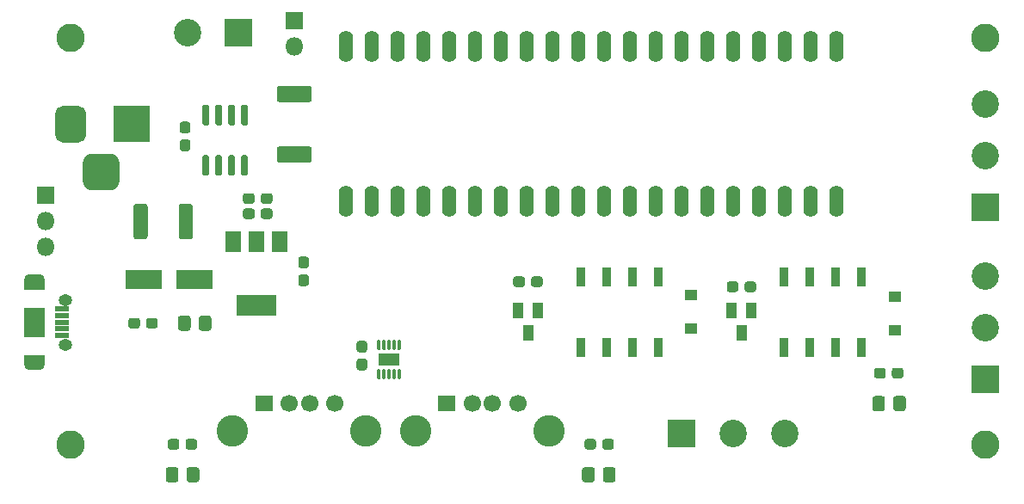
<source format=gbr>
%TF.GenerationSoftware,KiCad,Pcbnew,5.1.6*%
%TF.CreationDate,2020-09-20T16:59:45+02:00*%
%TF.ProjectId,usb_switcher,7573625f-7377-4697-9463-6865722e6b69,rev?*%
%TF.SameCoordinates,Original*%
%TF.FileFunction,Soldermask,Top*%
%TF.FilePolarity,Negative*%
%FSLAX46Y46*%
G04 Gerber Fmt 4.6, Leading zero omitted, Abs format (unit mm)*
G04 Created by KiCad (PCBNEW 5.1.6) date 2020-09-20 16:59:45*
%MOMM*%
%LPD*%
G01*
G04 APERTURE LIST*
%ADD10O,1.350000X1.150000*%
%ADD11R,1.450000X0.500000*%
%ADD12O,2.000000X1.100000*%
%ADD13R,2.000000X3.000000*%
%ADD14R,2.000000X0.975000*%
%ADD15O,1.400000X3.100000*%
%ADD16R,3.600000X1.900000*%
%ADD17R,1.300000X1.000000*%
%ADD18C,2.800000*%
%ADD19C,3.100000*%
%ADD20R,1.700000X1.600000*%
%ADD21C,1.700000*%
%ADD22R,1.800000X1.800000*%
%ADD23O,1.800000X1.800000*%
%ADD24R,3.600000X3.600000*%
%ADD25R,2.700000X2.700000*%
%ADD26C,2.700000*%
%ADD27R,0.900000X1.900000*%
%ADD28R,1.100000X1.500000*%
%ADD29R,3.900000X2.100000*%
%ADD30R,1.600000X2.100000*%
%ADD31R,2.100000X1.300000*%
G04 APERTURE END LIST*
D10*
%TO.C,J1*%
X104447800Y-80775000D03*
D11*
X104122800Y-81700000D03*
X104122800Y-82350000D03*
X104122800Y-83000000D03*
X104122800Y-84300000D03*
D10*
X104447800Y-85225000D03*
D12*
X101447800Y-78825000D03*
X101447800Y-87175000D03*
D11*
X104122800Y-83650000D03*
D13*
X101447800Y-83000000D03*
D14*
X101447800Y-86737500D03*
X101447800Y-79262500D03*
%TD*%
D15*
%TO.C,U2*%
X180340000Y-71120000D03*
X180340000Y-55880000D03*
X177800000Y-71120000D03*
X177800000Y-55880000D03*
X175260000Y-71120000D03*
X175260000Y-55872380D03*
X172720000Y-71120000D03*
X172720000Y-55880000D03*
X170180000Y-71120000D03*
X170180000Y-55880000D03*
X167640000Y-71120000D03*
X167640000Y-55880000D03*
X165100000Y-71120000D03*
X165100000Y-55880000D03*
X162560000Y-71112380D03*
X162560000Y-55880000D03*
X160020000Y-71120000D03*
X160020000Y-55880000D03*
X157480000Y-71120000D03*
X157480000Y-55880000D03*
X154940000Y-71120000D03*
X154940000Y-55880000D03*
X152400000Y-71120000D03*
X152400000Y-55872380D03*
X149860000Y-71120000D03*
X149860000Y-55880000D03*
X147320000Y-71120000D03*
X147320000Y-55880000D03*
X144780000Y-71120000D03*
X144780000Y-55880000D03*
X142240000Y-71120000D03*
X142240000Y-55880000D03*
X139700000Y-71120000D03*
X139700000Y-55880000D03*
X137160000Y-71112380D03*
X137160000Y-55880000D03*
X134620000Y-71120000D03*
X134620000Y-55872380D03*
X132080000Y-71120000D03*
X132080000Y-55872380D03*
%TD*%
%TO.C,C1*%
G36*
G01*
X121956400Y-71073900D02*
X121956400Y-70548900D01*
G75*
G02*
X122218900Y-70286400I262500J0D01*
G01*
X122843900Y-70286400D01*
G75*
G02*
X123106400Y-70548900I0J-262500D01*
G01*
X123106400Y-71073900D01*
G75*
G02*
X122843900Y-71336400I-262500J0D01*
G01*
X122218900Y-71336400D01*
G75*
G02*
X121956400Y-71073900I0J262500D01*
G01*
G37*
G36*
G01*
X123706400Y-71073900D02*
X123706400Y-70548900D01*
G75*
G02*
X123968900Y-70286400I262500J0D01*
G01*
X124593900Y-70286400D01*
G75*
G02*
X124856400Y-70548900I0J-262500D01*
G01*
X124856400Y-71073900D01*
G75*
G02*
X124593900Y-71336400I-262500J0D01*
G01*
X123968900Y-71336400D01*
G75*
G02*
X123706400Y-71073900I0J262500D01*
G01*
G37*
%TD*%
%TO.C,C2*%
G36*
G01*
X123706400Y-72573900D02*
X123706400Y-72048900D01*
G75*
G02*
X123968900Y-71786400I262500J0D01*
G01*
X124593900Y-71786400D01*
G75*
G02*
X124856400Y-72048900I0J-262500D01*
G01*
X124856400Y-72573900D01*
G75*
G02*
X124593900Y-72836400I-262500J0D01*
G01*
X123968900Y-72836400D01*
G75*
G02*
X123706400Y-72573900I0J262500D01*
G01*
G37*
G36*
G01*
X121956400Y-72573900D02*
X121956400Y-72048900D01*
G75*
G02*
X122218900Y-71786400I262500J0D01*
G01*
X122843900Y-71786400D01*
G75*
G02*
X123106400Y-72048900I0J-262500D01*
G01*
X123106400Y-72573900D01*
G75*
G02*
X122843900Y-72836400I-262500J0D01*
G01*
X122218900Y-72836400D01*
G75*
G02*
X121956400Y-72573900I0J262500D01*
G01*
G37*
%TD*%
%TO.C,C3*%
G36*
G01*
X133917500Y-85970000D02*
X133392500Y-85970000D01*
G75*
G02*
X133130000Y-85707500I0J262500D01*
G01*
X133130000Y-85082500D01*
G75*
G02*
X133392500Y-84820000I262500J0D01*
G01*
X133917500Y-84820000D01*
G75*
G02*
X134180000Y-85082500I0J-262500D01*
G01*
X134180000Y-85707500D01*
G75*
G02*
X133917500Y-85970000I-262500J0D01*
G01*
G37*
G36*
G01*
X133917500Y-87720000D02*
X133392500Y-87720000D01*
G75*
G02*
X133130000Y-87457500I0J262500D01*
G01*
X133130000Y-86832500D01*
G75*
G02*
X133392500Y-86570000I262500J0D01*
G01*
X133917500Y-86570000D01*
G75*
G02*
X134180000Y-86832500I0J-262500D01*
G01*
X134180000Y-87457500D01*
G75*
G02*
X133917500Y-87720000I-262500J0D01*
G01*
G37*
%TD*%
%TO.C,C4*%
G36*
G01*
X128177100Y-79428200D02*
X127652100Y-79428200D01*
G75*
G02*
X127389600Y-79165700I0J262500D01*
G01*
X127389600Y-78540700D01*
G75*
G02*
X127652100Y-78278200I262500J0D01*
G01*
X128177100Y-78278200D01*
G75*
G02*
X128439600Y-78540700I0J-262500D01*
G01*
X128439600Y-79165700D01*
G75*
G02*
X128177100Y-79428200I-262500J0D01*
G01*
G37*
G36*
G01*
X128177100Y-77678200D02*
X127652100Y-77678200D01*
G75*
G02*
X127389600Y-77415700I0J262500D01*
G01*
X127389600Y-76790700D01*
G75*
G02*
X127652100Y-76528200I262500J0D01*
G01*
X128177100Y-76528200D01*
G75*
G02*
X128439600Y-76790700I0J-262500D01*
G01*
X128439600Y-77415700D01*
G75*
G02*
X128177100Y-77678200I-262500J0D01*
G01*
G37*
%TD*%
%TO.C,C5*%
G36*
G01*
X115993500Y-63244000D02*
X116518500Y-63244000D01*
G75*
G02*
X116781000Y-63506500I0J-262500D01*
G01*
X116781000Y-64131500D01*
G75*
G02*
X116518500Y-64394000I-262500J0D01*
G01*
X115993500Y-64394000D01*
G75*
G02*
X115731000Y-64131500I0J262500D01*
G01*
X115731000Y-63506500D01*
G75*
G02*
X115993500Y-63244000I262500J0D01*
G01*
G37*
G36*
G01*
X115993500Y-64994000D02*
X116518500Y-64994000D01*
G75*
G02*
X116781000Y-65256500I0J-262500D01*
G01*
X116781000Y-65881500D01*
G75*
G02*
X116518500Y-66144000I-262500J0D01*
G01*
X115993500Y-66144000D01*
G75*
G02*
X115731000Y-65881500I0J262500D01*
G01*
X115731000Y-65256500D01*
G75*
G02*
X115993500Y-64994000I262500J0D01*
G01*
G37*
%TD*%
D16*
%TO.C,D1*%
X117155800Y-78765600D03*
X112155800Y-78765600D03*
%TD*%
%TO.C,D2*%
G36*
G01*
X117604800Y-83561862D02*
X117604800Y-82605338D01*
G75*
G02*
X117876538Y-82333600I271738J0D01*
G01*
X118583062Y-82333600D01*
G75*
G02*
X118854800Y-82605338I0J-271738D01*
G01*
X118854800Y-83561862D01*
G75*
G02*
X118583062Y-83833600I-271738J0D01*
G01*
X117876538Y-83833600D01*
G75*
G02*
X117604800Y-83561862I0J271738D01*
G01*
G37*
G36*
G01*
X115554800Y-83561862D02*
X115554800Y-82605338D01*
G75*
G02*
X115826538Y-82333600I271738J0D01*
G01*
X116533062Y-82333600D01*
G75*
G02*
X116804800Y-82605338I0J-271738D01*
G01*
X116804800Y-83561862D01*
G75*
G02*
X116533062Y-83833600I-271738J0D01*
G01*
X115826538Y-83833600D01*
G75*
G02*
X115554800Y-83561862I0J271738D01*
G01*
G37*
%TD*%
%TO.C,D3*%
G36*
G01*
X114350000Y-98478262D02*
X114350000Y-97521738D01*
G75*
G02*
X114621738Y-97250000I271738J0D01*
G01*
X115328262Y-97250000D01*
G75*
G02*
X115600000Y-97521738I0J-271738D01*
G01*
X115600000Y-98478262D01*
G75*
G02*
X115328262Y-98750000I-271738J0D01*
G01*
X114621738Y-98750000D01*
G75*
G02*
X114350000Y-98478262I0J271738D01*
G01*
G37*
G36*
G01*
X116400000Y-98478262D02*
X116400000Y-97521738D01*
G75*
G02*
X116671738Y-97250000I271738J0D01*
G01*
X117378262Y-97250000D01*
G75*
G02*
X117650000Y-97521738I0J-271738D01*
G01*
X117650000Y-98478262D01*
G75*
G02*
X117378262Y-98750000I-271738J0D01*
G01*
X116671738Y-98750000D01*
G75*
G02*
X116400000Y-98478262I0J271738D01*
G01*
G37*
%TD*%
%TO.C,D4*%
G36*
G01*
X157375000Y-98478262D02*
X157375000Y-97521738D01*
G75*
G02*
X157646738Y-97250000I271738J0D01*
G01*
X158353262Y-97250000D01*
G75*
G02*
X158625000Y-97521738I0J-271738D01*
G01*
X158625000Y-98478262D01*
G75*
G02*
X158353262Y-98750000I-271738J0D01*
G01*
X157646738Y-98750000D01*
G75*
G02*
X157375000Y-98478262I0J271738D01*
G01*
G37*
G36*
G01*
X155325000Y-98478262D02*
X155325000Y-97521738D01*
G75*
G02*
X155596738Y-97250000I271738J0D01*
G01*
X156303262Y-97250000D01*
G75*
G02*
X156575000Y-97521738I0J-271738D01*
G01*
X156575000Y-98478262D01*
G75*
G02*
X156303262Y-98750000I-271738J0D01*
G01*
X155596738Y-98750000D01*
G75*
G02*
X155325000Y-98478262I0J271738D01*
G01*
G37*
%TD*%
%TO.C,D5*%
G36*
G01*
X187175000Y-90521738D02*
X187175000Y-91478262D01*
G75*
G02*
X186903262Y-91750000I-271738J0D01*
G01*
X186196738Y-91750000D01*
G75*
G02*
X185925000Y-91478262I0J271738D01*
G01*
X185925000Y-90521738D01*
G75*
G02*
X186196738Y-90250000I271738J0D01*
G01*
X186903262Y-90250000D01*
G75*
G02*
X187175000Y-90521738I0J-271738D01*
G01*
G37*
G36*
G01*
X185125000Y-90521738D02*
X185125000Y-91478262D01*
G75*
G02*
X184853262Y-91750000I-271738J0D01*
G01*
X184146738Y-91750000D01*
G75*
G02*
X183875000Y-91478262I0J271738D01*
G01*
X183875000Y-90521738D01*
G75*
G02*
X184146738Y-90250000I271738J0D01*
G01*
X184853262Y-90250000D01*
G75*
G02*
X185125000Y-90521738I0J-271738D01*
G01*
G37*
%TD*%
D17*
%TO.C,D6*%
X166000000Y-80350000D03*
X166000000Y-83650000D03*
%TD*%
%TO.C,D7*%
X186106000Y-83743000D03*
X186106000Y-80443000D03*
%TD*%
%TO.C,F1*%
G36*
G01*
X111172000Y-74556769D02*
X111172000Y-71595231D01*
G75*
G02*
X111441231Y-71326000I269231J0D01*
G01*
X112302769Y-71326000D01*
G75*
G02*
X112572000Y-71595231I0J-269231D01*
G01*
X112572000Y-74556769D01*
G75*
G02*
X112302769Y-74826000I-269231J0D01*
G01*
X111441231Y-74826000D01*
G75*
G02*
X111172000Y-74556769I0J269231D01*
G01*
G37*
G36*
G01*
X115622000Y-74556769D02*
X115622000Y-71595231D01*
G75*
G02*
X115891231Y-71326000I269231J0D01*
G01*
X116752769Y-71326000D01*
G75*
G02*
X117022000Y-71595231I0J-269231D01*
G01*
X117022000Y-74556769D01*
G75*
G02*
X116752769Y-74826000I-269231J0D01*
G01*
X115891231Y-74826000D01*
G75*
G02*
X115622000Y-74556769I0J269231D01*
G01*
G37*
%TD*%
D18*
%TO.C,H1*%
X195000000Y-55000000D03*
%TD*%
%TO.C,H2*%
X105000000Y-55000000D03*
%TD*%
%TO.C,H3*%
X105000000Y-95000000D03*
%TD*%
%TO.C,H4*%
X195000000Y-95000000D03*
%TD*%
D19*
%TO.C,J2*%
X120930000Y-93710000D03*
X134070000Y-93710000D03*
D20*
X124000000Y-91000000D03*
D21*
X126500000Y-91000000D03*
X128500000Y-91000000D03*
X131000000Y-91000000D03*
%TD*%
%TO.C,J3*%
X149000000Y-91000000D03*
X146500000Y-91000000D03*
X144500000Y-91000000D03*
D20*
X142000000Y-91000000D03*
D19*
X152070000Y-93710000D03*
X138930000Y-93710000D03*
%TD*%
D22*
%TO.C,J4*%
X102500000Y-70500000D03*
D23*
X102500000Y-73040000D03*
X102500000Y-75580000D03*
%TD*%
D24*
%TO.C,J5*%
X111000000Y-63500000D03*
G36*
G01*
X103450000Y-64525000D02*
X103450000Y-62475000D01*
G75*
G02*
X104225000Y-61700000I775000J0D01*
G01*
X105775000Y-61700000D01*
G75*
G02*
X106550000Y-62475000I0J-775000D01*
G01*
X106550000Y-64525000D01*
G75*
G02*
X105775000Y-65300000I-775000J0D01*
G01*
X104225000Y-65300000D01*
G75*
G02*
X103450000Y-64525000I0J775000D01*
G01*
G37*
G36*
G01*
X106200000Y-69100000D02*
X106200000Y-67300000D01*
G75*
G02*
X107100000Y-66400000I900000J0D01*
G01*
X108900000Y-66400000D01*
G75*
G02*
X109800000Y-67300000I0J-900000D01*
G01*
X109800000Y-69100000D01*
G75*
G02*
X108900000Y-70000000I-900000J0D01*
G01*
X107100000Y-70000000D01*
G75*
G02*
X106200000Y-69100000I0J900000D01*
G01*
G37*
%TD*%
D25*
%TO.C,J6*%
X165100000Y-93980000D03*
D26*
X170180000Y-93980000D03*
X175260000Y-93980000D03*
%TD*%
D22*
%TO.C,J7*%
X127000000Y-53340000D03*
D23*
X127000000Y-55880000D03*
%TD*%
D25*
%TO.C,J8*%
X195000000Y-88570000D03*
D26*
X195000000Y-83490000D03*
X195000000Y-78410000D03*
%TD*%
%TO.C,J9*%
X194996000Y-61519000D03*
X194996000Y-66599000D03*
D25*
X194996000Y-71679000D03*
%TD*%
%TO.C,J10*%
X121500000Y-54500000D03*
D26*
X116500000Y-54500000D03*
%TD*%
D27*
%TO.C,K1*%
X162810000Y-78500000D03*
X160270000Y-78500000D03*
X157730000Y-78500000D03*
X155190000Y-78500000D03*
X155190000Y-85500000D03*
X157730000Y-85500000D03*
X160270000Y-85500000D03*
X162810000Y-85500000D03*
%TD*%
%TO.C,K2*%
X182810000Y-85500000D03*
X180270000Y-85500000D03*
X177730000Y-85500000D03*
X175190000Y-85500000D03*
X175190000Y-78500000D03*
X177730000Y-78500000D03*
X180270000Y-78500000D03*
X182810000Y-78500000D03*
%TD*%
D28*
%TO.C,Q1*%
X150000000Y-84000000D03*
X149050000Y-81800000D03*
X150950000Y-81800000D03*
%TD*%
%TO.C,Q2*%
X171950000Y-81800000D03*
X170050000Y-81800000D03*
X171000000Y-84000000D03*
%TD*%
%TO.C,R1*%
G36*
G01*
X111815800Y-82821100D02*
X111815800Y-83346100D01*
G75*
G02*
X111553300Y-83608600I-262500J0D01*
G01*
X110928300Y-83608600D01*
G75*
G02*
X110665800Y-83346100I0J262500D01*
G01*
X110665800Y-82821100D01*
G75*
G02*
X110928300Y-82558600I262500J0D01*
G01*
X111553300Y-82558600D01*
G75*
G02*
X111815800Y-82821100I0J-262500D01*
G01*
G37*
G36*
G01*
X113565800Y-82821100D02*
X113565800Y-83346100D01*
G75*
G02*
X113303300Y-83608600I-262500J0D01*
G01*
X112678300Y-83608600D01*
G75*
G02*
X112415800Y-83346100I0J262500D01*
G01*
X112415800Y-82821100D01*
G75*
G02*
X112678300Y-82558600I262500J0D01*
G01*
X113303300Y-82558600D01*
G75*
G02*
X113565800Y-82821100I0J-262500D01*
G01*
G37*
%TD*%
%TO.C,R2*%
G36*
G01*
X114550000Y-95262500D02*
X114550000Y-94737500D01*
G75*
G02*
X114812500Y-94475000I262500J0D01*
G01*
X115437500Y-94475000D01*
G75*
G02*
X115700000Y-94737500I0J-262500D01*
G01*
X115700000Y-95262500D01*
G75*
G02*
X115437500Y-95525000I-262500J0D01*
G01*
X114812500Y-95525000D01*
G75*
G02*
X114550000Y-95262500I0J262500D01*
G01*
G37*
G36*
G01*
X116300000Y-95262500D02*
X116300000Y-94737500D01*
G75*
G02*
X116562500Y-94475000I262500J0D01*
G01*
X117187500Y-94475000D01*
G75*
G02*
X117450000Y-94737500I0J-262500D01*
G01*
X117450000Y-95262500D01*
G75*
G02*
X117187500Y-95525000I-262500J0D01*
G01*
X116562500Y-95525000D01*
G75*
G02*
X116300000Y-95262500I0J262500D01*
G01*
G37*
%TD*%
%TO.C,R3*%
G36*
G01*
X157300000Y-95262500D02*
X157300000Y-94737500D01*
G75*
G02*
X157562500Y-94475000I262500J0D01*
G01*
X158187500Y-94475000D01*
G75*
G02*
X158450000Y-94737500I0J-262500D01*
G01*
X158450000Y-95262500D01*
G75*
G02*
X158187500Y-95525000I-262500J0D01*
G01*
X157562500Y-95525000D01*
G75*
G02*
X157300000Y-95262500I0J262500D01*
G01*
G37*
G36*
G01*
X155550000Y-95262500D02*
X155550000Y-94737500D01*
G75*
G02*
X155812500Y-94475000I262500J0D01*
G01*
X156437500Y-94475000D01*
G75*
G02*
X156700000Y-94737500I0J-262500D01*
G01*
X156700000Y-95262500D01*
G75*
G02*
X156437500Y-95525000I-262500J0D01*
G01*
X155812500Y-95525000D01*
G75*
G02*
X155550000Y-95262500I0J262500D01*
G01*
G37*
%TD*%
%TO.C,R4*%
G36*
G01*
X186950000Y-87737500D02*
X186950000Y-88262500D01*
G75*
G02*
X186687500Y-88525000I-262500J0D01*
G01*
X186062500Y-88525000D01*
G75*
G02*
X185800000Y-88262500I0J262500D01*
G01*
X185800000Y-87737500D01*
G75*
G02*
X186062500Y-87475000I262500J0D01*
G01*
X186687500Y-87475000D01*
G75*
G02*
X186950000Y-87737500I0J-262500D01*
G01*
G37*
G36*
G01*
X185200000Y-87737500D02*
X185200000Y-88262500D01*
G75*
G02*
X184937500Y-88525000I-262500J0D01*
G01*
X184312500Y-88525000D01*
G75*
G02*
X184050000Y-88262500I0J262500D01*
G01*
X184050000Y-87737500D01*
G75*
G02*
X184312500Y-87475000I262500J0D01*
G01*
X184937500Y-87475000D01*
G75*
G02*
X185200000Y-87737500I0J-262500D01*
G01*
G37*
%TD*%
%TO.C,R5*%
G36*
G01*
X148550000Y-79262500D02*
X148550000Y-78737500D01*
G75*
G02*
X148812500Y-78475000I262500J0D01*
G01*
X149437500Y-78475000D01*
G75*
G02*
X149700000Y-78737500I0J-262500D01*
G01*
X149700000Y-79262500D01*
G75*
G02*
X149437500Y-79525000I-262500J0D01*
G01*
X148812500Y-79525000D01*
G75*
G02*
X148550000Y-79262500I0J262500D01*
G01*
G37*
G36*
G01*
X150300000Y-79262500D02*
X150300000Y-78737500D01*
G75*
G02*
X150562500Y-78475000I262500J0D01*
G01*
X151187500Y-78475000D01*
G75*
G02*
X151450000Y-78737500I0J-262500D01*
G01*
X151450000Y-79262500D01*
G75*
G02*
X151187500Y-79525000I-262500J0D01*
G01*
X150562500Y-79525000D01*
G75*
G02*
X150300000Y-79262500I0J262500D01*
G01*
G37*
%TD*%
%TO.C,R6*%
G36*
G01*
X125541392Y-59700000D02*
X128458608Y-59700000D01*
G75*
G02*
X128725000Y-59966392I0J-266392D01*
G01*
X128725000Y-61058608D01*
G75*
G02*
X128458608Y-61325000I-266392J0D01*
G01*
X125541392Y-61325000D01*
G75*
G02*
X125275000Y-61058608I0J266392D01*
G01*
X125275000Y-59966392D01*
G75*
G02*
X125541392Y-59700000I266392J0D01*
G01*
G37*
G36*
G01*
X125541392Y-65675000D02*
X128458608Y-65675000D01*
G75*
G02*
X128725000Y-65941392I0J-266392D01*
G01*
X128725000Y-67033608D01*
G75*
G02*
X128458608Y-67300000I-266392J0D01*
G01*
X125541392Y-67300000D01*
G75*
G02*
X125275000Y-67033608I0J266392D01*
G01*
X125275000Y-65941392D01*
G75*
G02*
X125541392Y-65675000I266392J0D01*
G01*
G37*
%TD*%
%TO.C,R7*%
G36*
G01*
X171300000Y-79762500D02*
X171300000Y-79237500D01*
G75*
G02*
X171562500Y-78975000I262500J0D01*
G01*
X172187500Y-78975000D01*
G75*
G02*
X172450000Y-79237500I0J-262500D01*
G01*
X172450000Y-79762500D01*
G75*
G02*
X172187500Y-80025000I-262500J0D01*
G01*
X171562500Y-80025000D01*
G75*
G02*
X171300000Y-79762500I0J262500D01*
G01*
G37*
G36*
G01*
X169550000Y-79762500D02*
X169550000Y-79237500D01*
G75*
G02*
X169812500Y-78975000I262500J0D01*
G01*
X170437500Y-78975000D01*
G75*
G02*
X170700000Y-79237500I0J-262500D01*
G01*
X170700000Y-79762500D01*
G75*
G02*
X170437500Y-80025000I-262500J0D01*
G01*
X169812500Y-80025000D01*
G75*
G02*
X169550000Y-79762500I0J262500D01*
G01*
G37*
%TD*%
D29*
%TO.C,U1*%
X123266400Y-81356800D03*
D30*
X123266400Y-75056800D03*
X120966400Y-75056800D03*
X125566400Y-75056800D03*
%TD*%
%TO.C,U3*%
G36*
G01*
X118463000Y-68575000D02*
X118113000Y-68575000D01*
G75*
G02*
X117938000Y-68400000I0J175000D01*
G01*
X117938000Y-66700000D01*
G75*
G02*
X118113000Y-66525000I175000J0D01*
G01*
X118463000Y-66525000D01*
G75*
G02*
X118638000Y-66700000I0J-175000D01*
G01*
X118638000Y-68400000D01*
G75*
G02*
X118463000Y-68575000I-175000J0D01*
G01*
G37*
G36*
G01*
X119733000Y-68575000D02*
X119383000Y-68575000D01*
G75*
G02*
X119208000Y-68400000I0J175000D01*
G01*
X119208000Y-66700000D01*
G75*
G02*
X119383000Y-66525000I175000J0D01*
G01*
X119733000Y-66525000D01*
G75*
G02*
X119908000Y-66700000I0J-175000D01*
G01*
X119908000Y-68400000D01*
G75*
G02*
X119733000Y-68575000I-175000J0D01*
G01*
G37*
G36*
G01*
X121003000Y-68575000D02*
X120653000Y-68575000D01*
G75*
G02*
X120478000Y-68400000I0J175000D01*
G01*
X120478000Y-66700000D01*
G75*
G02*
X120653000Y-66525000I175000J0D01*
G01*
X121003000Y-66525000D01*
G75*
G02*
X121178000Y-66700000I0J-175000D01*
G01*
X121178000Y-68400000D01*
G75*
G02*
X121003000Y-68575000I-175000J0D01*
G01*
G37*
G36*
G01*
X122273000Y-68575000D02*
X121923000Y-68575000D01*
G75*
G02*
X121748000Y-68400000I0J175000D01*
G01*
X121748000Y-66700000D01*
G75*
G02*
X121923000Y-66525000I175000J0D01*
G01*
X122273000Y-66525000D01*
G75*
G02*
X122448000Y-66700000I0J-175000D01*
G01*
X122448000Y-68400000D01*
G75*
G02*
X122273000Y-68575000I-175000J0D01*
G01*
G37*
G36*
G01*
X122273000Y-63625000D02*
X121923000Y-63625000D01*
G75*
G02*
X121748000Y-63450000I0J175000D01*
G01*
X121748000Y-61750000D01*
G75*
G02*
X121923000Y-61575000I175000J0D01*
G01*
X122273000Y-61575000D01*
G75*
G02*
X122448000Y-61750000I0J-175000D01*
G01*
X122448000Y-63450000D01*
G75*
G02*
X122273000Y-63625000I-175000J0D01*
G01*
G37*
G36*
G01*
X121003000Y-63625000D02*
X120653000Y-63625000D01*
G75*
G02*
X120478000Y-63450000I0J175000D01*
G01*
X120478000Y-61750000D01*
G75*
G02*
X120653000Y-61575000I175000J0D01*
G01*
X121003000Y-61575000D01*
G75*
G02*
X121178000Y-61750000I0J-175000D01*
G01*
X121178000Y-63450000D01*
G75*
G02*
X121003000Y-63625000I-175000J0D01*
G01*
G37*
G36*
G01*
X119733000Y-63625000D02*
X119383000Y-63625000D01*
G75*
G02*
X119208000Y-63450000I0J175000D01*
G01*
X119208000Y-61750000D01*
G75*
G02*
X119383000Y-61575000I175000J0D01*
G01*
X119733000Y-61575000D01*
G75*
G02*
X119908000Y-61750000I0J-175000D01*
G01*
X119908000Y-63450000D01*
G75*
G02*
X119733000Y-63625000I-175000J0D01*
G01*
G37*
G36*
G01*
X118463000Y-63625000D02*
X118113000Y-63625000D01*
G75*
G02*
X117938000Y-63450000I0J175000D01*
G01*
X117938000Y-61750000D01*
G75*
G02*
X118113000Y-61575000I175000J0D01*
G01*
X118463000Y-61575000D01*
G75*
G02*
X118638000Y-61750000I0J-175000D01*
G01*
X118638000Y-63450000D01*
G75*
G02*
X118463000Y-63625000I-175000J0D01*
G01*
G37*
%TD*%
%TO.C,IC1*%
G36*
G01*
X135409500Y-88590000D02*
X135234500Y-88590000D01*
G75*
G02*
X135147000Y-88502500I0J87500D01*
G01*
X135147000Y-87702500D01*
G75*
G02*
X135234500Y-87615000I87500J0D01*
G01*
X135409500Y-87615000D01*
G75*
G02*
X135497000Y-87702500I0J-87500D01*
G01*
X135497000Y-88502500D01*
G75*
G02*
X135409500Y-88590000I-87500J0D01*
G01*
G37*
G36*
G01*
X135909500Y-88590000D02*
X135734500Y-88590000D01*
G75*
G02*
X135647000Y-88502500I0J87500D01*
G01*
X135647000Y-87702500D01*
G75*
G02*
X135734500Y-87615000I87500J0D01*
G01*
X135909500Y-87615000D01*
G75*
G02*
X135997000Y-87702500I0J-87500D01*
G01*
X135997000Y-88502500D01*
G75*
G02*
X135909500Y-88590000I-87500J0D01*
G01*
G37*
G36*
G01*
X136409500Y-88590000D02*
X136234500Y-88590000D01*
G75*
G02*
X136147000Y-88502500I0J87500D01*
G01*
X136147000Y-87702500D01*
G75*
G02*
X136234500Y-87615000I87500J0D01*
G01*
X136409500Y-87615000D01*
G75*
G02*
X136497000Y-87702500I0J-87500D01*
G01*
X136497000Y-88502500D01*
G75*
G02*
X136409500Y-88590000I-87500J0D01*
G01*
G37*
G36*
G01*
X136909500Y-88590000D02*
X136734500Y-88590000D01*
G75*
G02*
X136647000Y-88502500I0J87500D01*
G01*
X136647000Y-87702500D01*
G75*
G02*
X136734500Y-87615000I87500J0D01*
G01*
X136909500Y-87615000D01*
G75*
G02*
X136997000Y-87702500I0J-87500D01*
G01*
X136997000Y-88502500D01*
G75*
G02*
X136909500Y-88590000I-87500J0D01*
G01*
G37*
G36*
G01*
X137409500Y-88590000D02*
X137234500Y-88590000D01*
G75*
G02*
X137147000Y-88502500I0J87500D01*
G01*
X137147000Y-87702500D01*
G75*
G02*
X137234500Y-87615000I87500J0D01*
G01*
X137409500Y-87615000D01*
G75*
G02*
X137497000Y-87702500I0J-87500D01*
G01*
X137497000Y-88502500D01*
G75*
G02*
X137409500Y-88590000I-87500J0D01*
G01*
G37*
G36*
G01*
X137409500Y-85715000D02*
X137234500Y-85715000D01*
G75*
G02*
X137147000Y-85627500I0J87500D01*
G01*
X137147000Y-84827500D01*
G75*
G02*
X137234500Y-84740000I87500J0D01*
G01*
X137409500Y-84740000D01*
G75*
G02*
X137497000Y-84827500I0J-87500D01*
G01*
X137497000Y-85627500D01*
G75*
G02*
X137409500Y-85715000I-87500J0D01*
G01*
G37*
G36*
G01*
X136909500Y-85715000D02*
X136734500Y-85715000D01*
G75*
G02*
X136647000Y-85627500I0J87500D01*
G01*
X136647000Y-84827500D01*
G75*
G02*
X136734500Y-84740000I87500J0D01*
G01*
X136909500Y-84740000D01*
G75*
G02*
X136997000Y-84827500I0J-87500D01*
G01*
X136997000Y-85627500D01*
G75*
G02*
X136909500Y-85715000I-87500J0D01*
G01*
G37*
G36*
G01*
X136409500Y-85715000D02*
X136234500Y-85715000D01*
G75*
G02*
X136147000Y-85627500I0J87500D01*
G01*
X136147000Y-84827500D01*
G75*
G02*
X136234500Y-84740000I87500J0D01*
G01*
X136409500Y-84740000D01*
G75*
G02*
X136497000Y-84827500I0J-87500D01*
G01*
X136497000Y-85627500D01*
G75*
G02*
X136409500Y-85715000I-87500J0D01*
G01*
G37*
G36*
G01*
X135909500Y-85715000D02*
X135734500Y-85715000D01*
G75*
G02*
X135647000Y-85627500I0J87500D01*
G01*
X135647000Y-84827500D01*
G75*
G02*
X135734500Y-84740000I87500J0D01*
G01*
X135909500Y-84740000D01*
G75*
G02*
X135997000Y-84827500I0J-87500D01*
G01*
X135997000Y-85627500D01*
G75*
G02*
X135909500Y-85715000I-87500J0D01*
G01*
G37*
G36*
G01*
X135409500Y-85715000D02*
X135234500Y-85715000D01*
G75*
G02*
X135147000Y-85627500I0J87500D01*
G01*
X135147000Y-84827500D01*
G75*
G02*
X135234500Y-84740000I87500J0D01*
G01*
X135409500Y-84740000D01*
G75*
G02*
X135497000Y-84827500I0J-87500D01*
G01*
X135497000Y-85627500D01*
G75*
G02*
X135409500Y-85715000I-87500J0D01*
G01*
G37*
D31*
X136322000Y-86665000D03*
%TD*%
M02*

</source>
